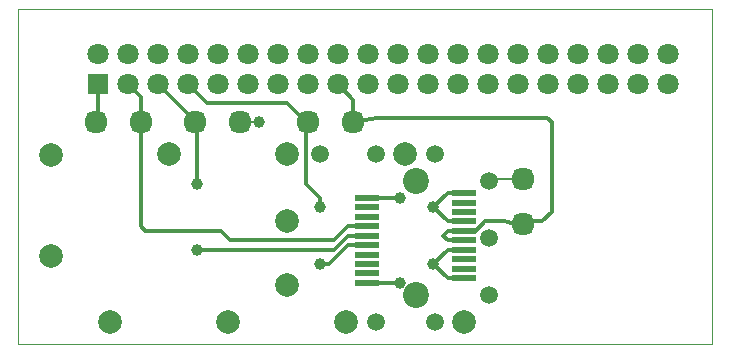
<source format=gtl>
%FSLAX23Y23*%
%MOMM*%
%AMPASTRA*
21,1,$5,$6,$1+$12,$2+$13,0*
21,1,$3,$4,$1+$12,$2+$13,0*
1,1,$7,$10+$12,$11+$13*
1,1,$7,$8+$12,$11+$13*
1,1,$7,$10+$12,$9+$13*
1,1,$7,$8+$12,$9+$13*%
%ADD10C,0.3*%
%ADD11C,1*%
%ADD12C,0.2*%
%ADD13C,1.8*%
%ADD14R,1.8X1.8*%
%ADD15PASTRA,0X0X1.8X0.6X0.6X1.8X1.2X-0.3X-0.3X0.3X0.3X0X0*%
%ADD16C,0.16*%
%ADD17R,2X0.5*%
%ADD18C,2.2*%
%ADD19C,1.6*%
%ADD20C,2*%
%ADD21C,1.5*%
%ADD22C,0.8*%
%ADD23C,0.24*%
%ADD24C,1*%
%ADD25C,0.05*%
%LPD*%
G54D10*
X42640Y12240D02*
X39840Y12240D01*
G54D10*
X38240Y9840D02*
X37040Y8640D01*
G54D10*
X38240Y9840D02*
X39840Y9840D01*
G54D10*
X37040Y8640D02*
X32640Y8640D01*
G54D10*
X38240Y9040D02*
X37040Y7840D01*
G54D10*
X38240Y9040D02*
X39840Y9040D01*
G54D10*
X38240Y8240D02*
X39840Y8240D01*
G54D10*
X42640Y5040D02*
X39840Y5040D01*
G54D10*
X46640Y7840D02*
X45440Y6640D01*
G54D10*
X46640Y7840D02*
X48040Y7840D01*
G54D10*
X46640Y5440D02*
X45440Y6640D01*
G54D10*
X46640Y5440D02*
X48040Y5440D01*
G54D10*
X46640Y12640D02*
X45440Y11440D01*
G54D10*
X46640Y12640D02*
X48040Y12640D01*
G54D10*
X46640Y10240D02*
X45440Y11440D01*
G54D10*
X46640Y10240D02*
X48040Y10240D01*
G54D10*
X46640Y9440D02*
X46240Y9040D01*
G54D10*
X46640Y9440D02*
X48040Y9440D01*
G54D10*
X46640Y8640D02*
X47840Y8640D01*
G54D10*
X46240Y9040D02*
X46640Y8640D01*
G54D10*
X17040Y21840D02*
X17040Y18640D01*
G54D10*
X20640Y20780D02*
X20640Y18640D01*
G54D10*
X19580Y21840D02*
X20640Y20780D01*
G54D10*
X20640Y18640D02*
X20640Y13440D01*
G54D12*
X25320Y18640D02*
X25440Y18640D01*
G54D10*
X22120Y21840D02*
X25320Y18640D01*
G54D10*
X25440Y18640D02*
X25440Y13440D01*
G54D12*
X29040Y18640D02*
X30640Y18640D01*
G54D10*
X38640Y18640D02*
X38640Y20560D01*
G54D10*
X37360Y21840D02*
X38640Y20560D01*
G54D10*
X38640Y18640D02*
X40640Y19040D01*
G54D10*
X49040Y9440D02*
X49840Y10240D01*
G54D10*
X48040Y9440D02*
X49040Y9440D01*
G54D10*
X51440Y10240D02*
X53040Y9840D01*
G54D10*
X49840Y10240D02*
X51440Y10240D01*
G54D12*
X50740Y13840D02*
X53040Y13840D01*
G54D12*
X50140Y13640D02*
X50740Y13840D01*
G54D10*
X34640Y18030D02*
X34640Y13440D01*
G54D10*
X34830Y18640D02*
X34640Y18030D01*
G54D10*
X34640Y13440D02*
X35840Y12240D01*
G54D10*
X35840Y12240D02*
X35840Y11440D01*
G54D10*
X36640Y6640D02*
X35840Y6640D01*
G54D10*
X38240Y8240D02*
X36640Y6640D01*
G54D10*
X37040Y7840D02*
X25440Y7840D01*
G54D10*
X28240Y8640D02*
X27440Y9440D01*
G54D10*
X32640Y8640D02*
X28240Y8640D01*
G54D10*
X21040Y9440D02*
X20640Y9840D01*
G54D10*
X27440Y9440D02*
X21040Y9440D01*
G54D10*
X20640Y9840D02*
X20640Y13440D01*
G54D10*
X55040Y19040D02*
X55440Y18640D01*
G54D10*
X55040Y19040D02*
X40640Y19040D01*
G54D10*
X55440Y11040D02*
X54640Y10240D01*
G54D10*
X55440Y18640D02*
X55440Y11040D01*
G54D10*
X54640Y10240D02*
X53040Y10240D01*
G54D10*
X26260Y20240D02*
X33040Y20240D01*
G54D10*
X33040Y20240D02*
X34640Y18640D01*
G54D10*
X24660Y21840D02*
X26260Y20240D01*
G54D13*
X17040Y24380D03*
G54D13*
X19580Y24380D03*
G54D13*
X22120Y24380D03*
G54D13*
X24660Y24380D03*
G54D13*
X27200Y24380D03*
G54D13*
X29740Y24380D03*
G54D13*
X32280Y24380D03*
G54D13*
X34820Y24380D03*
G54D13*
X37360Y24380D03*
G54D13*
X39900Y24380D03*
G54D13*
X42440Y24380D03*
G54D13*
X44980Y24380D03*
G54D13*
X47520Y24380D03*
G54D13*
X50060Y24380D03*
G54D13*
X52600Y24380D03*
G54D13*
X55140Y24380D03*
G54D13*
X57680Y24380D03*
G54D13*
X60220Y24380D03*
G54D13*
X62760Y24380D03*
G54D13*
X65300Y24380D03*
G54D14*
X17040Y21840D03*
G54D13*
X19580Y21840D03*
G54D13*
X22120Y21840D03*
G54D13*
X24660Y21840D03*
G54D13*
X27200Y21840D03*
G54D13*
X29740Y21840D03*
G54D13*
X32280Y21840D03*
G54D13*
X34820Y21840D03*
G54D13*
X37360Y21840D03*
G54D13*
X39900Y21840D03*
G54D13*
X42440Y21840D03*
G54D13*
X44980Y21840D03*
G54D13*
X47520Y21840D03*
G54D13*
X50060Y21840D03*
G54D13*
X52600Y21840D03*
G54D13*
X55140Y21840D03*
G54D13*
X57680Y21840D03*
G54D13*
X60220Y21840D03*
G54D13*
X62760Y21840D03*
G54D13*
X65300Y21840D03*
G54D15*
X53040Y13840D03*
G54D15*
X53040Y10030D03*
G54D15*
X38640Y18640D03*
G54D15*
X34830Y18640D03*
G54D15*
X29040Y18640D03*
G54D15*
X25230Y18640D03*
G54D15*
X20640Y18640D03*
G54D15*
X16830Y18640D03*
G54D17*
X48040Y5440D03*
G54D17*
X48040Y6240D03*
G54D17*
X48040Y7040D03*
G54D17*
X48040Y7840D03*
G54D17*
X48040Y8640D03*
G54D17*
X48040Y9440D03*
G54D17*
X48040Y10240D03*
G54D17*
X48040Y11040D03*
G54D17*
X48040Y11840D03*
G54D17*
X48040Y12640D03*
G54D17*
X39840Y5040D03*
G54D17*
X39840Y5840D03*
G54D17*
X39840Y6640D03*
G54D17*
X39840Y7440D03*
G54D17*
X39840Y8240D03*
G54D17*
X39840Y9040D03*
G54D17*
X39840Y9840D03*
G54D17*
X39840Y10640D03*
G54D17*
X39840Y11440D03*
G54D17*
X39840Y12240D03*
G54D18*
X43940Y4040D03*
G54D18*
X43940Y13640D03*
G54D20*
X43040Y15940D03*
G54D20*
X48040Y1740D03*
G54D20*
X38040Y1740D03*
G54D20*
X33040Y15940D03*
G54D20*
X28040Y1740D03*
G54D20*
X18040Y1740D03*
G54D20*
X23040Y15940D03*
G54D20*
X13040Y15840D03*
G54D20*
X33040Y4840D03*
G54D20*
X33040Y10240D03*
G54D20*
X13040Y7340D03*
G54D21*
X40540Y15940D03*
G54D21*
X45540Y15940D03*
G54D21*
X45540Y1740D03*
G54D21*
X40540Y1740D03*
G54D21*
X35840Y15940D03*
G54D21*
X50140Y13640D03*
G54D21*
X50140Y8840D03*
G54D21*
X50140Y4040D03*
G54D24*
X42640Y12240D03*
G54D24*
X42640Y5040D03*
G54D24*
X45440Y6640D03*
G54D24*
X45440Y11440D03*
G54D24*
X30640Y18640D03*
G54D24*
X35840Y11440D03*
G54D24*
X35840Y6640D03*
G54D24*
X25440Y7840D03*
G54D24*
X25440Y13440D03*
G54D25*
X10240Y28240D02*
X69040Y28240D01*
G54D25*
X69040Y-00160D02*
X69040Y28240D01*
G54D25*
X10240Y-00160D02*
X69040Y-00160D01*
G54D25*
X10240Y28240D02*
X10240Y-00160D01*
M02*

</source>
